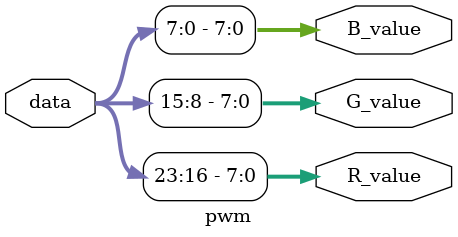
<source format=v>
module pwm( R_value, G_value, B_value, data );

input [31:0] data;
output  wire [7:0] R_value, G_value, B_value;

assign R_value = data [23:16];
assign G_value = data [15:8];
assign B_value = data [7:0];

endmodule
</source>
